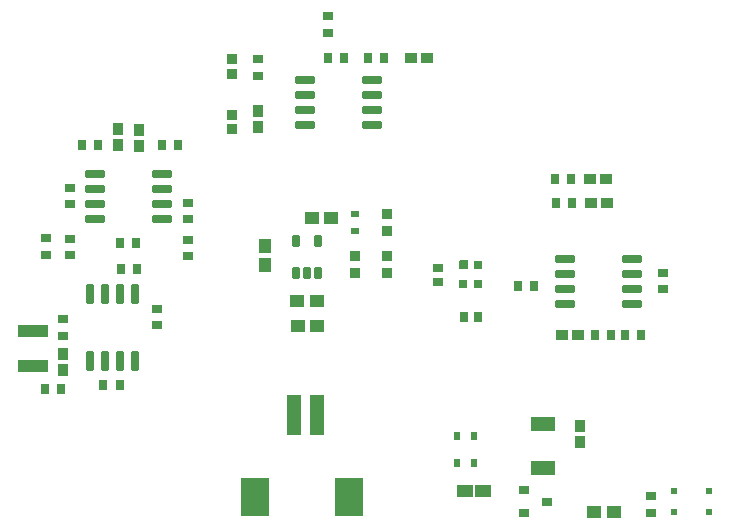
<source format=gtp>
G04*
G04 #@! TF.GenerationSoftware,Altium Limited,Altium Designer,22.2.1 (43)*
G04*
G04 Layer_Color=8421504*
%FSLAX43Y43*%
%MOMM*%
G71*
G04*
G04 #@! TF.SameCoordinates,2A909F52-9C27-4A3D-9E3E-93034AC3C428*
G04*
G04*
G04 #@! TF.FilePolarity,Positive*
G04*
G01*
G75*
G04:AMPARAMS|DCode=14|XSize=0.65mm|YSize=1.65mm|CornerRadius=0.049mm|HoleSize=0mm|Usage=FLASHONLY|Rotation=90.000|XOffset=0mm|YOffset=0mm|HoleType=Round|Shape=RoundedRectangle|*
%AMROUNDEDRECTD14*
21,1,0.650,1.553,0,0,90.0*
21,1,0.553,1.650,0,0,90.0*
1,1,0.098,0.776,0.276*
1,1,0.098,0.776,-0.276*
1,1,0.098,-0.776,-0.276*
1,1,0.098,-0.776,0.276*
%
%ADD14ROUNDEDRECTD14*%
%ADD15R,0.725X0.900*%
%ADD16R,0.900X0.725*%
%ADD17R,0.912X1.058*%
%ADD18R,2.600X1.000*%
G04:AMPARAMS|DCode=19|XSize=0.65mm|YSize=1.65mm|CornerRadius=0.049mm|HoleSize=0mm|Usage=FLASHONLY|Rotation=0.000|XOffset=0mm|YOffset=0mm|HoleType=Round|Shape=RoundedRectangle|*
%AMROUNDEDRECTD19*
21,1,0.650,1.553,0,0,0.0*
21,1,0.553,1.650,0,0,0.0*
1,1,0.098,0.276,-0.776*
1,1,0.098,-0.276,-0.776*
1,1,0.098,-0.276,0.776*
1,1,0.098,0.276,0.776*
%
%ADD19ROUNDEDRECTD19*%
%ADD20R,1.058X0.912*%
%ADD21R,1.207X1.068*%
%ADD22R,0.500X0.800*%
%ADD23R,1.353X1.012*%
%ADD24R,0.900X0.800*%
%ADD25R,2.000X1.250*%
%ADD26R,0.750X0.900*%
%ADD27R,0.800X0.700*%
%ADD28C,0.630*%
%ADD29R,0.900X0.750*%
%ADD30R,0.858X0.806*%
G04:AMPARAMS|DCode=31|XSize=0.6mm|YSize=1mm|CornerRadius=0.051mm|HoleSize=0mm|Usage=FLASHONLY|Rotation=180.000|XOffset=0mm|YOffset=0mm|HoleType=Round|Shape=RoundedRectangle|*
%AMROUNDEDRECTD31*
21,1,0.600,0.898,0,0,180.0*
21,1,0.498,1.000,0,0,180.0*
1,1,0.102,-0.249,0.449*
1,1,0.102,0.249,0.449*
1,1,0.102,0.249,-0.449*
1,1,0.102,-0.249,-0.449*
%
%ADD31ROUNDEDRECTD31*%
%ADD32R,1.068X1.207*%
%ADD33R,0.962X0.935*%
%ADD34R,1.200X3.500*%
%ADD35R,2.400X3.300*%
%ADD36R,0.800X0.600*%
%ADD37R,0.550X0.600*%
G36*
X39028Y22001D02*
X38228D01*
Y22571D01*
X38358Y22701D01*
X39028D01*
Y22001D01*
D02*
G37*
D14*
X47213Y22860D02*
D03*
Y21590D02*
D03*
Y20320D02*
D03*
Y19050D02*
D03*
X52863Y22860D02*
D03*
Y21590D02*
D03*
Y20320D02*
D03*
Y19050D02*
D03*
X7440Y30033D02*
D03*
Y28763D02*
D03*
Y27493D02*
D03*
Y26223D02*
D03*
X13090Y30033D02*
D03*
Y28763D02*
D03*
Y27493D02*
D03*
Y26223D02*
D03*
X30892Y34163D02*
D03*
Y35433D02*
D03*
Y36703D02*
D03*
Y37973D02*
D03*
X25242Y34163D02*
D03*
Y35433D02*
D03*
Y36703D02*
D03*
Y37973D02*
D03*
D15*
X9525Y12192D02*
D03*
X8150D02*
D03*
X4572Y11811D02*
D03*
X3197D02*
D03*
X10974Y21971D02*
D03*
X9599D02*
D03*
X6328Y32446D02*
D03*
X7703D02*
D03*
X13081D02*
D03*
X14456D02*
D03*
X10900Y24191D02*
D03*
X9525D02*
D03*
X51106Y16383D02*
D03*
X49731D02*
D03*
X53646D02*
D03*
X52271D02*
D03*
X47752Y29591D02*
D03*
X46377D02*
D03*
X44630Y20574D02*
D03*
X43255D02*
D03*
X47805Y27559D02*
D03*
X46430D02*
D03*
X30555Y39878D02*
D03*
X31930D02*
D03*
X27125D02*
D03*
X28500D02*
D03*
D16*
X4699Y16330D02*
D03*
Y17705D02*
D03*
X5312Y23175D02*
D03*
Y24550D02*
D03*
X15345Y23048D02*
D03*
Y24423D02*
D03*
X5312Y27493D02*
D03*
Y28868D02*
D03*
X15345Y26170D02*
D03*
Y27545D02*
D03*
X12700Y17219D02*
D03*
Y18594D02*
D03*
X3302Y23188D02*
D03*
Y24563D02*
D03*
X55499Y21642D02*
D03*
Y20267D02*
D03*
X21209Y39729D02*
D03*
Y38354D02*
D03*
X54483Y2720D02*
D03*
Y1344D02*
D03*
X27178Y43360D02*
D03*
Y41985D02*
D03*
D17*
X9376Y32446D02*
D03*
Y33800D02*
D03*
X4699Y13420D02*
D03*
Y14774D02*
D03*
X11154Y32404D02*
D03*
Y33758D02*
D03*
X48514Y8678D02*
D03*
Y7324D02*
D03*
X21209Y35390D02*
D03*
Y34036D02*
D03*
D18*
X2159Y13740D02*
D03*
Y16740D02*
D03*
D19*
X6985Y14193D02*
D03*
X8255D02*
D03*
X9525D02*
D03*
X10795D02*
D03*
X6985Y19843D02*
D03*
X8255D02*
D03*
X9525D02*
D03*
X10795D02*
D03*
D20*
X50715Y29591D02*
D03*
X49361D02*
D03*
X48302Y16383D02*
D03*
X46948D02*
D03*
X50800Y27559D02*
D03*
X49446D02*
D03*
X35560Y39878D02*
D03*
X34206D02*
D03*
D21*
X49720Y1397D02*
D03*
X51372D02*
D03*
X25780Y26289D02*
D03*
X27432D02*
D03*
X24574Y19304D02*
D03*
X26226D02*
D03*
X26256Y17123D02*
D03*
X24604D02*
D03*
D22*
X38046Y5588D02*
D03*
X39546D02*
D03*
X38046Y7874D02*
D03*
X39546D02*
D03*
D23*
X40249Y3175D02*
D03*
X38745D02*
D03*
D24*
X45720Y2286D02*
D03*
X43720Y1336D02*
D03*
Y3236D02*
D03*
D25*
X45339Y5110D02*
D03*
Y8860D02*
D03*
D26*
X38643Y17907D02*
D03*
X39843D02*
D03*
D27*
X39878Y22351D02*
D03*
Y20701D02*
D03*
X38628D02*
D03*
D28*
Y22351D02*
D03*
D29*
X36449Y20898D02*
D03*
Y22098D02*
D03*
D30*
X19050Y38515D02*
D03*
Y39717D02*
D03*
Y33850D02*
D03*
Y35052D02*
D03*
D31*
X24450Y21612D02*
D03*
X25400D02*
D03*
X26350D02*
D03*
Y24362D02*
D03*
X24450D02*
D03*
D32*
X21844Y22288D02*
D03*
Y23940D02*
D03*
D33*
X29464Y23067D02*
D03*
Y21637D02*
D03*
X32131Y26623D02*
D03*
Y25193D02*
D03*
Y23067D02*
D03*
Y21637D02*
D03*
D34*
X24256Y9617D02*
D03*
X26256D02*
D03*
D35*
X28956Y2667D02*
D03*
X20956D02*
D03*
D36*
X29464Y25183D02*
D03*
Y26633D02*
D03*
D37*
X59387Y1386D02*
D03*
X56437D02*
D03*
X59387Y3186D02*
D03*
X56437D02*
D03*
M02*

</source>
